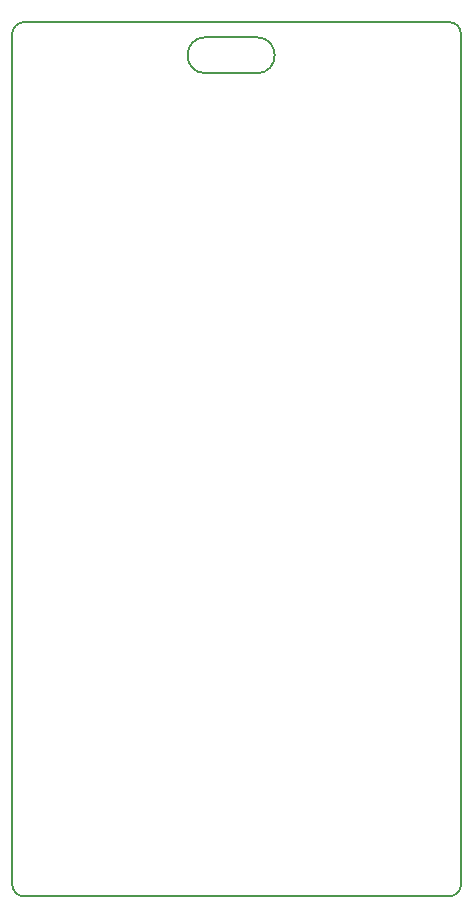
<source format=gbr>
G04 #@! TF.GenerationSoftware,KiCad,Pcbnew,(5.1.5)-3*
G04 #@! TF.CreationDate,2020-08-10T10:15:20+05:30*
G04 #@! TF.ProjectId,D_Tympan_DFMI_1.0,445f5479-6d70-4616-9e5f-44464d495f31,rev?*
G04 #@! TF.SameCoordinates,Original*
G04 #@! TF.FileFunction,Profile,NP*
%FSLAX46Y46*%
G04 Gerber Fmt 4.6, Leading zero omitted, Abs format (unit mm)*
G04 Created by KiCad (PCBNEW (5.1.5)-3) date 2020-08-10 10:15:20*
%MOMM*%
%LPD*%
G04 APERTURE LIST*
%ADD10C,0.150000*%
G04 APERTURE END LIST*
D10*
X151850000Y-46480000D02*
G75*
G02X152850000Y-47480000I0J-1000000D01*
G01*
X114850000Y-47480000D02*
G75*
G02X115850000Y-46480000I1000000J0D01*
G01*
X152850000Y-119480000D02*
G75*
G02X151850000Y-120480000I-1000000J0D01*
G01*
X115850000Y-120480000D02*
G75*
G02X114850000Y-119480000I0J1000000D01*
G01*
X131225000Y-50805000D02*
X135550000Y-50805000D01*
X131225000Y-47755000D02*
X135550000Y-47755000D01*
X131225000Y-50805000D02*
G75*
G02X131225000Y-47755000I0J1525000D01*
G01*
X135550000Y-47755000D02*
G75*
G02X135550000Y-50805000I0J-1525000D01*
G01*
X114850000Y-47480000D02*
X114850000Y-119480000D01*
X151850000Y-46480000D02*
X115850000Y-46480000D01*
X152850000Y-119480000D02*
X152850000Y-47480000D01*
X115850000Y-120480000D02*
X151850000Y-120480000D01*
M02*

</source>
